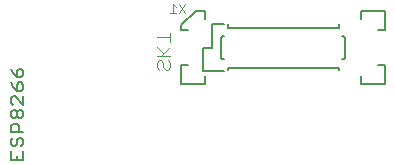
<source format=gbo>
G75*
%MOIN*%
%OFA0B0*%
%FSLAX24Y24*%
%IPPOS*%
%LPD*%
%AMOC8*
5,1,8,0,0,1.08239X$1,22.5*
%
%ADD10C,0.0080*%
%ADD11C,0.0050*%
%ADD12C,0.0040*%
%ADD13C,0.0030*%
D10*
X004646Y008625D02*
X005067Y008625D01*
X005067Y008905D01*
X004997Y009086D02*
X005067Y009156D01*
X005067Y009296D01*
X004997Y009366D01*
X004927Y009366D01*
X004857Y009296D01*
X004857Y009156D01*
X004787Y009086D01*
X004717Y009086D01*
X004646Y009156D01*
X004646Y009296D01*
X004717Y009366D01*
X004646Y009546D02*
X004646Y009756D01*
X004717Y009826D01*
X004857Y009826D01*
X004927Y009756D01*
X004927Y009546D01*
X005067Y009546D02*
X004646Y009546D01*
X004717Y010006D02*
X004646Y010076D01*
X004646Y010217D01*
X004717Y010287D01*
X004787Y010287D01*
X004857Y010217D01*
X004857Y010076D01*
X004787Y010006D01*
X004717Y010006D01*
X004857Y010076D02*
X004927Y010006D01*
X004997Y010006D01*
X005067Y010076D01*
X005067Y010217D01*
X004997Y010287D01*
X004927Y010287D01*
X004857Y010217D01*
X004717Y010467D02*
X004646Y010537D01*
X004646Y010677D01*
X004717Y010747D01*
X004787Y010747D01*
X005067Y010467D01*
X005067Y010747D01*
X004997Y010927D02*
X005067Y010997D01*
X005067Y011137D01*
X004997Y011207D01*
X004927Y011207D01*
X004857Y011137D01*
X004857Y010927D01*
X004997Y010927D01*
X004857Y010927D02*
X004717Y011067D01*
X004646Y011207D01*
X004857Y011388D02*
X004857Y011598D01*
X004927Y011668D01*
X004997Y011668D01*
X005067Y011598D01*
X005067Y011458D01*
X004997Y011388D01*
X004857Y011388D01*
X004717Y011528D01*
X004646Y011668D01*
X004646Y008905D02*
X004646Y008625D01*
X004857Y008625D02*
X004857Y008765D01*
X010338Y011144D02*
X010338Y011774D01*
X010574Y011774D01*
X011066Y011577D02*
X011066Y012365D01*
X011362Y012365D01*
X011362Y013152D01*
X011755Y013152D01*
X011126Y013310D02*
X011126Y013585D01*
X010811Y013585D01*
X010338Y013113D01*
X010338Y012955D01*
X010574Y012955D01*
X011657Y012660D02*
X011657Y012069D01*
X011658Y012052D01*
X011663Y012035D01*
X011670Y012020D01*
X011680Y012006D01*
X011692Y011994D01*
X011706Y011984D01*
X011721Y011977D01*
X011738Y011972D01*
X011755Y011971D01*
X011755Y011577D02*
X011066Y011577D01*
X011126Y011420D02*
X011126Y011144D01*
X010338Y011144D01*
X011657Y012660D02*
X011658Y012677D01*
X011663Y012694D01*
X011670Y012709D01*
X011680Y012723D01*
X011692Y012735D01*
X011706Y012745D01*
X011721Y012752D01*
X011738Y012757D01*
X011755Y012758D01*
X015702Y012758D02*
X015719Y012757D01*
X015736Y012752D01*
X015751Y012745D01*
X015765Y012735D01*
X015777Y012723D01*
X015787Y012709D01*
X015794Y012694D01*
X015799Y012677D01*
X015800Y012660D01*
X015801Y012660D02*
X015801Y012069D01*
X015800Y012069D02*
X015799Y012052D01*
X015794Y012035D01*
X015787Y012020D01*
X015777Y012006D01*
X015765Y011994D01*
X015751Y011984D01*
X015736Y011977D01*
X015719Y011972D01*
X015702Y011971D01*
X016332Y011420D02*
X016332Y011144D01*
X017120Y011144D01*
X017120Y011774D01*
X016883Y011774D01*
X016883Y012955D02*
X017120Y012955D01*
X017120Y013585D01*
X016332Y013585D01*
X016332Y013310D01*
D11*
X015579Y013152D02*
X015579Y013034D01*
X011879Y013034D01*
X011879Y013152D01*
X011879Y011695D02*
X015579Y011695D01*
X015579Y011617D01*
X011879Y011617D02*
X011879Y011695D01*
D12*
X009969Y011710D02*
X009892Y011633D01*
X009816Y011633D01*
X009739Y011710D01*
X009739Y011864D01*
X009662Y011940D01*
X009585Y011940D01*
X009509Y011864D01*
X009509Y011710D01*
X009585Y011633D01*
X009969Y011710D02*
X009969Y011864D01*
X009892Y011940D01*
X009969Y012094D02*
X009509Y012094D01*
X009662Y012094D02*
X009969Y012401D01*
X009969Y012554D02*
X009969Y012861D01*
X009969Y012708D02*
X009509Y012708D01*
X009509Y012401D02*
X009739Y012171D01*
D13*
X009972Y013522D02*
X010165Y013522D01*
X010068Y013522D02*
X010068Y013813D01*
X010165Y013716D01*
X010266Y013813D02*
X010460Y013522D01*
X010266Y013522D02*
X010460Y013813D01*
M02*

</source>
